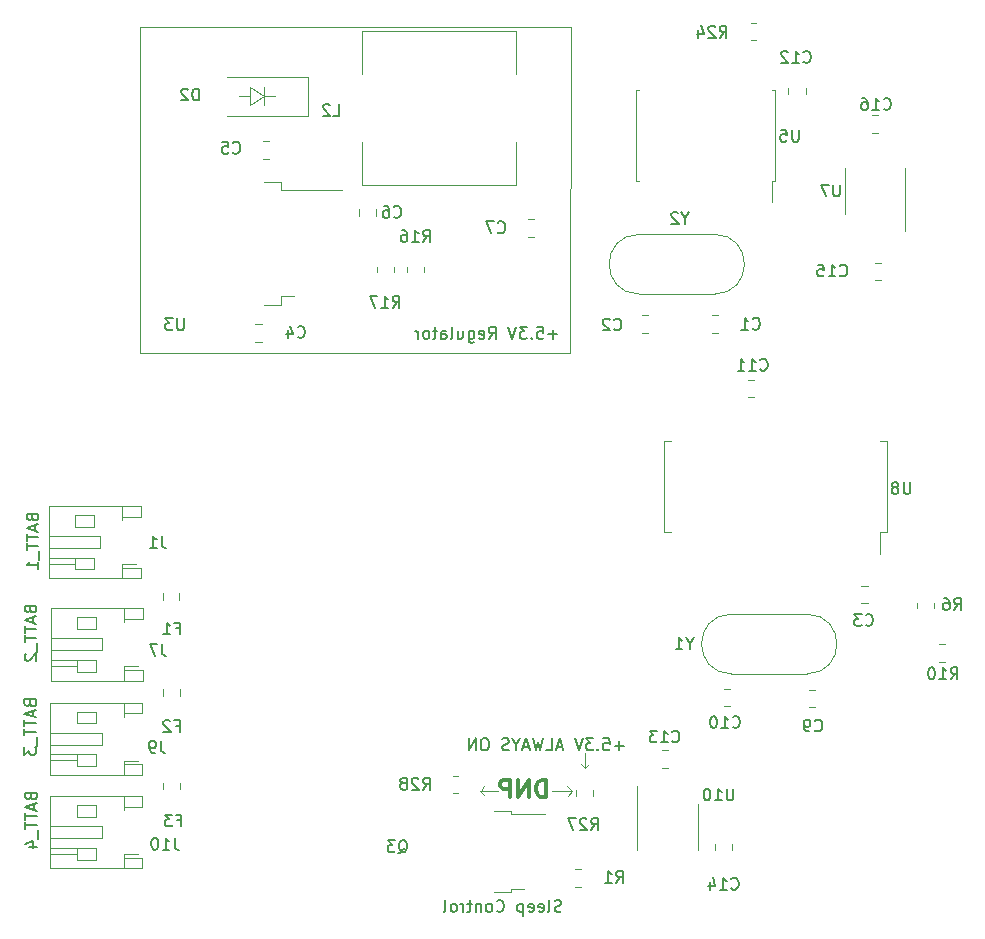
<source format=gbr>
G04 #@! TF.GenerationSoftware,KiCad,Pcbnew,(5.1.9)-1*
G04 #@! TF.CreationDate,2021-07-04T21:49:17-04:00*
G04 #@! TF.ProjectId,payload2020_base_board,7061796c-6f61-4643-9230-32305f626173,rev?*
G04 #@! TF.SameCoordinates,Original*
G04 #@! TF.FileFunction,Legend,Bot*
G04 #@! TF.FilePolarity,Positive*
%FSLAX46Y46*%
G04 Gerber Fmt 4.6, Leading zero omitted, Abs format (unit mm)*
G04 Created by KiCad (PCBNEW (5.1.9)-1) date 2021-07-04 21:49:17*
%MOMM*%
%LPD*%
G01*
G04 APERTURE LIST*
%ADD10C,0.120000*%
%ADD11C,0.150000*%
%ADD12C,0.300000*%
G04 APERTURE END LIST*
D10*
X83245960Y-131523740D02*
X83563460Y-131173220D01*
X83245960Y-131513580D02*
X82918300Y-131152900D01*
X83240880Y-130230880D02*
X83245960Y-131513580D01*
D11*
X86532219Y-129621588D02*
X85770314Y-129621588D01*
X86151266Y-130002540D02*
X86151266Y-129240636D01*
X84817933Y-129002540D02*
X85294123Y-129002540D01*
X85341742Y-129478731D01*
X85294123Y-129431112D01*
X85198885Y-129383493D01*
X84960790Y-129383493D01*
X84865552Y-129431112D01*
X84817933Y-129478731D01*
X84770314Y-129573969D01*
X84770314Y-129812064D01*
X84817933Y-129907302D01*
X84865552Y-129954921D01*
X84960790Y-130002540D01*
X85198885Y-130002540D01*
X85294123Y-129954921D01*
X85341742Y-129907302D01*
X84341742Y-129907302D02*
X84294123Y-129954921D01*
X84341742Y-130002540D01*
X84389361Y-129954921D01*
X84341742Y-129907302D01*
X84341742Y-130002540D01*
X83960790Y-129002540D02*
X83341742Y-129002540D01*
X83675076Y-129383493D01*
X83532219Y-129383493D01*
X83436980Y-129431112D01*
X83389361Y-129478731D01*
X83341742Y-129573969D01*
X83341742Y-129812064D01*
X83389361Y-129907302D01*
X83436980Y-129954921D01*
X83532219Y-130002540D01*
X83817933Y-130002540D01*
X83913171Y-129954921D01*
X83960790Y-129907302D01*
X83056028Y-129002540D02*
X82722695Y-130002540D01*
X82389361Y-129002540D01*
X81341742Y-129716826D02*
X80865552Y-129716826D01*
X81436980Y-130002540D02*
X81103647Y-129002540D01*
X80770314Y-130002540D01*
X79960790Y-130002540D02*
X80436980Y-130002540D01*
X80436980Y-129002540D01*
X79722695Y-129002540D02*
X79484600Y-130002540D01*
X79294123Y-129288255D01*
X79103647Y-130002540D01*
X78865552Y-129002540D01*
X78532219Y-129716826D02*
X78056028Y-129716826D01*
X78627457Y-130002540D02*
X78294123Y-129002540D01*
X77960790Y-130002540D01*
X77436980Y-129526350D02*
X77436980Y-130002540D01*
X77770314Y-129002540D02*
X77436980Y-129526350D01*
X77103647Y-129002540D01*
X76817933Y-129954921D02*
X76675076Y-130002540D01*
X76436980Y-130002540D01*
X76341742Y-129954921D01*
X76294123Y-129907302D01*
X76246504Y-129812064D01*
X76246504Y-129716826D01*
X76294123Y-129621588D01*
X76341742Y-129573969D01*
X76436980Y-129526350D01*
X76627457Y-129478731D01*
X76722695Y-129431112D01*
X76770314Y-129383493D01*
X76817933Y-129288255D01*
X76817933Y-129193017D01*
X76770314Y-129097779D01*
X76722695Y-129050160D01*
X76627457Y-129002540D01*
X76389361Y-129002540D01*
X76246504Y-129050160D01*
X74865552Y-129002540D02*
X74675076Y-129002540D01*
X74579838Y-129050160D01*
X74484600Y-129145398D01*
X74436980Y-129335874D01*
X74436980Y-129669207D01*
X74484600Y-129859683D01*
X74579838Y-129954921D01*
X74675076Y-130002540D01*
X74865552Y-130002540D01*
X74960790Y-129954921D01*
X75056028Y-129859683D01*
X75103647Y-129669207D01*
X75103647Y-129335874D01*
X75056028Y-129145398D01*
X74960790Y-129050160D01*
X74865552Y-129002540D01*
X74008409Y-130002540D02*
X74008409Y-129002540D01*
X73436980Y-130002540D01*
X73436980Y-129002540D01*
D10*
X57007760Y-74625200D02*
X56088280Y-74625200D01*
X56083200Y-73817480D02*
X56083200Y-75412600D01*
X54930040Y-74620120D02*
X53934360Y-74620120D01*
X56078120Y-74615040D02*
X54935120Y-73832720D01*
X54935120Y-75377040D02*
X56078120Y-74615040D01*
X54935120Y-73832720D02*
X54935120Y-75377040D01*
X82133440Y-133441440D02*
X81808320Y-133898640D01*
X81752440Y-133060440D02*
X82133440Y-133441440D01*
X82133440Y-133441440D02*
X81752440Y-133060440D01*
X80449420Y-133446520D02*
X82133440Y-133441440D01*
X74399140Y-133426200D02*
X74739500Y-133807200D01*
X74419460Y-133426200D02*
X74698860Y-133065520D01*
X75890120Y-133428740D02*
X74419460Y-133426200D01*
D12*
X79982771Y-134000631D02*
X79982771Y-132500631D01*
X79625628Y-132500631D01*
X79411342Y-132572060D01*
X79268485Y-132714917D01*
X79197057Y-132857774D01*
X79125628Y-133143488D01*
X79125628Y-133357774D01*
X79197057Y-133643488D01*
X79268485Y-133786345D01*
X79411342Y-133929202D01*
X79625628Y-134000631D01*
X79982771Y-134000631D01*
X78482771Y-134000631D02*
X78482771Y-132500631D01*
X77625628Y-134000631D01*
X77625628Y-132500631D01*
X76911342Y-134000631D02*
X76911342Y-132500631D01*
X76339914Y-132500631D01*
X76197057Y-132572060D01*
X76125628Y-132643488D01*
X76054200Y-132786345D01*
X76054200Y-133000631D01*
X76125628Y-133143488D01*
X76197057Y-133214917D01*
X76339914Y-133286345D01*
X76911342Y-133286345D01*
D10*
X82042000Y-68788280D02*
X82021680Y-96352360D01*
D11*
X81253980Y-143635361D02*
X81111123Y-143682980D01*
X80873028Y-143682980D01*
X80777790Y-143635361D01*
X80730171Y-143587742D01*
X80682552Y-143492504D01*
X80682552Y-143397266D01*
X80730171Y-143302028D01*
X80777790Y-143254409D01*
X80873028Y-143206790D01*
X81063504Y-143159171D01*
X81158742Y-143111552D01*
X81206361Y-143063933D01*
X81253980Y-142968695D01*
X81253980Y-142873457D01*
X81206361Y-142778219D01*
X81158742Y-142730600D01*
X81063504Y-142682980D01*
X80825409Y-142682980D01*
X80682552Y-142730600D01*
X80111123Y-143682980D02*
X80206361Y-143635361D01*
X80253980Y-143540123D01*
X80253980Y-142682980D01*
X79349219Y-143635361D02*
X79444457Y-143682980D01*
X79634933Y-143682980D01*
X79730171Y-143635361D01*
X79777790Y-143540123D01*
X79777790Y-143159171D01*
X79730171Y-143063933D01*
X79634933Y-143016314D01*
X79444457Y-143016314D01*
X79349219Y-143063933D01*
X79301600Y-143159171D01*
X79301600Y-143254409D01*
X79777790Y-143349647D01*
X78492076Y-143635361D02*
X78587314Y-143682980D01*
X78777790Y-143682980D01*
X78873028Y-143635361D01*
X78920647Y-143540123D01*
X78920647Y-143159171D01*
X78873028Y-143063933D01*
X78777790Y-143016314D01*
X78587314Y-143016314D01*
X78492076Y-143063933D01*
X78444457Y-143159171D01*
X78444457Y-143254409D01*
X78920647Y-143349647D01*
X78015885Y-143016314D02*
X78015885Y-144016314D01*
X78015885Y-143063933D02*
X77920647Y-143016314D01*
X77730171Y-143016314D01*
X77634933Y-143063933D01*
X77587314Y-143111552D01*
X77539695Y-143206790D01*
X77539695Y-143492504D01*
X77587314Y-143587742D01*
X77634933Y-143635361D01*
X77730171Y-143682980D01*
X77920647Y-143682980D01*
X78015885Y-143635361D01*
X75777790Y-143587742D02*
X75825409Y-143635361D01*
X75968266Y-143682980D01*
X76063504Y-143682980D01*
X76206361Y-143635361D01*
X76301600Y-143540123D01*
X76349219Y-143444885D01*
X76396838Y-143254409D01*
X76396838Y-143111552D01*
X76349219Y-142921076D01*
X76301600Y-142825838D01*
X76206361Y-142730600D01*
X76063504Y-142682980D01*
X75968266Y-142682980D01*
X75825409Y-142730600D01*
X75777790Y-142778219D01*
X75206361Y-143682980D02*
X75301600Y-143635361D01*
X75349219Y-143587742D01*
X75396838Y-143492504D01*
X75396838Y-143206790D01*
X75349219Y-143111552D01*
X75301600Y-143063933D01*
X75206361Y-143016314D01*
X75063504Y-143016314D01*
X74968266Y-143063933D01*
X74920647Y-143111552D01*
X74873028Y-143206790D01*
X74873028Y-143492504D01*
X74920647Y-143587742D01*
X74968266Y-143635361D01*
X75063504Y-143682980D01*
X75206361Y-143682980D01*
X74444457Y-143016314D02*
X74444457Y-143682980D01*
X74444457Y-143111552D02*
X74396838Y-143063933D01*
X74301600Y-143016314D01*
X74158742Y-143016314D01*
X74063504Y-143063933D01*
X74015885Y-143159171D01*
X74015885Y-143682980D01*
X73682552Y-143016314D02*
X73301600Y-143016314D01*
X73539695Y-142682980D02*
X73539695Y-143540123D01*
X73492076Y-143635361D01*
X73396838Y-143682980D01*
X73301600Y-143682980D01*
X72968266Y-143682980D02*
X72968266Y-143016314D01*
X72968266Y-143206790D02*
X72920647Y-143111552D01*
X72873028Y-143063933D01*
X72777790Y-143016314D01*
X72682552Y-143016314D01*
X72206361Y-143682980D02*
X72301600Y-143635361D01*
X72349219Y-143587742D01*
X72396838Y-143492504D01*
X72396838Y-143206790D01*
X72349219Y-143111552D01*
X72301600Y-143063933D01*
X72206361Y-143016314D01*
X72063504Y-143016314D01*
X71968266Y-143063933D01*
X71920647Y-143111552D01*
X71873028Y-143206790D01*
X71873028Y-143492504D01*
X71920647Y-143587742D01*
X71968266Y-143635361D01*
X72063504Y-143682980D01*
X72206361Y-143682980D01*
X71301600Y-143682980D02*
X71396838Y-143635361D01*
X71444457Y-143540123D01*
X71444457Y-142682980D01*
D10*
X82042000Y-68788280D02*
X45567600Y-68783200D01*
X45567600Y-96342200D02*
X82016600Y-96357440D01*
X45567600Y-68783200D02*
X45567600Y-96342200D01*
D11*
X36339471Y-133923969D02*
X36387090Y-134066826D01*
X36434709Y-134114445D01*
X36529947Y-134162064D01*
X36672804Y-134162064D01*
X36768042Y-134114445D01*
X36815661Y-134066826D01*
X36863280Y-133971588D01*
X36863280Y-133590636D01*
X35863280Y-133590636D01*
X35863280Y-133923969D01*
X35910900Y-134019207D01*
X35958519Y-134066826D01*
X36053757Y-134114445D01*
X36148995Y-134114445D01*
X36244233Y-134066826D01*
X36291852Y-134019207D01*
X36339471Y-133923969D01*
X36339471Y-133590636D01*
X36577566Y-134543017D02*
X36577566Y-135019207D01*
X36863280Y-134447779D02*
X35863280Y-134781112D01*
X36863280Y-135114445D01*
X35863280Y-135304921D02*
X35863280Y-135876350D01*
X36863280Y-135590636D02*
X35863280Y-135590636D01*
X35863280Y-136066826D02*
X35863280Y-136638255D01*
X36863280Y-136352540D02*
X35863280Y-136352540D01*
X36958519Y-136733493D02*
X36958519Y-137495398D01*
X36196614Y-138162064D02*
X36863280Y-138162064D01*
X35815661Y-137923969D02*
X36529947Y-137685874D01*
X36529947Y-138304921D01*
X36268351Y-126039809D02*
X36315970Y-126182666D01*
X36363589Y-126230285D01*
X36458827Y-126277904D01*
X36601684Y-126277904D01*
X36696922Y-126230285D01*
X36744541Y-126182666D01*
X36792160Y-126087428D01*
X36792160Y-125706476D01*
X35792160Y-125706476D01*
X35792160Y-126039809D01*
X35839780Y-126135047D01*
X35887399Y-126182666D01*
X35982637Y-126230285D01*
X36077875Y-126230285D01*
X36173113Y-126182666D01*
X36220732Y-126135047D01*
X36268351Y-126039809D01*
X36268351Y-125706476D01*
X36506446Y-126658857D02*
X36506446Y-127135047D01*
X36792160Y-126563619D02*
X35792160Y-126896952D01*
X36792160Y-127230285D01*
X35792160Y-127420761D02*
X35792160Y-127992190D01*
X36792160Y-127706476D02*
X35792160Y-127706476D01*
X35792160Y-128182666D02*
X35792160Y-128754095D01*
X36792160Y-128468380D02*
X35792160Y-128468380D01*
X36887399Y-128849333D02*
X36887399Y-129611238D01*
X35792160Y-129754095D02*
X35792160Y-130373142D01*
X36173113Y-130039809D01*
X36173113Y-130182666D01*
X36220732Y-130277904D01*
X36268351Y-130325523D01*
X36363589Y-130373142D01*
X36601684Y-130373142D01*
X36696922Y-130325523D01*
X36744541Y-130277904D01*
X36792160Y-130182666D01*
X36792160Y-129896952D01*
X36744541Y-129801714D01*
X36696922Y-129754095D01*
X36283591Y-118087069D02*
X36331210Y-118229926D01*
X36378829Y-118277545D01*
X36474067Y-118325164D01*
X36616924Y-118325164D01*
X36712162Y-118277545D01*
X36759781Y-118229926D01*
X36807400Y-118134688D01*
X36807400Y-117753736D01*
X35807400Y-117753736D01*
X35807400Y-118087069D01*
X35855020Y-118182307D01*
X35902639Y-118229926D01*
X35997877Y-118277545D01*
X36093115Y-118277545D01*
X36188353Y-118229926D01*
X36235972Y-118182307D01*
X36283591Y-118087069D01*
X36283591Y-117753736D01*
X36521686Y-118706117D02*
X36521686Y-119182307D01*
X36807400Y-118610879D02*
X35807400Y-118944212D01*
X36807400Y-119277545D01*
X35807400Y-119468021D02*
X35807400Y-120039450D01*
X36807400Y-119753736D02*
X35807400Y-119753736D01*
X35807400Y-120229926D02*
X35807400Y-120801355D01*
X36807400Y-120515640D02*
X35807400Y-120515640D01*
X36902639Y-120896593D02*
X36902639Y-121658498D01*
X35902639Y-121848974D02*
X35855020Y-121896593D01*
X35807400Y-121991831D01*
X35807400Y-122229926D01*
X35855020Y-122325164D01*
X35902639Y-122372783D01*
X35997877Y-122420402D01*
X36093115Y-122420402D01*
X36235972Y-122372783D01*
X36807400Y-121801355D01*
X36807400Y-122420402D01*
X36453771Y-110301969D02*
X36501390Y-110444826D01*
X36549009Y-110492445D01*
X36644247Y-110540064D01*
X36787104Y-110540064D01*
X36882342Y-110492445D01*
X36929961Y-110444826D01*
X36977580Y-110349588D01*
X36977580Y-109968636D01*
X35977580Y-109968636D01*
X35977580Y-110301969D01*
X36025200Y-110397207D01*
X36072819Y-110444826D01*
X36168057Y-110492445D01*
X36263295Y-110492445D01*
X36358533Y-110444826D01*
X36406152Y-110397207D01*
X36453771Y-110301969D01*
X36453771Y-109968636D01*
X36691866Y-110921017D02*
X36691866Y-111397207D01*
X36977580Y-110825779D02*
X35977580Y-111159112D01*
X36977580Y-111492445D01*
X35977580Y-111682921D02*
X35977580Y-112254350D01*
X36977580Y-111968636D02*
X35977580Y-111968636D01*
X35977580Y-112444826D02*
X35977580Y-113016255D01*
X36977580Y-112730540D02*
X35977580Y-112730540D01*
X37072819Y-113111493D02*
X37072819Y-113873398D01*
X36977580Y-114635302D02*
X36977580Y-114063874D01*
X36977580Y-114349588D02*
X35977580Y-114349588D01*
X36120438Y-114254350D01*
X36215676Y-114159112D01*
X36263295Y-114063874D01*
X80923970Y-94780408D02*
X80162065Y-94780408D01*
X80543018Y-95161360D02*
X80543018Y-94399456D01*
X79209684Y-94161360D02*
X79685875Y-94161360D01*
X79733494Y-94637551D01*
X79685875Y-94589932D01*
X79590637Y-94542313D01*
X79352541Y-94542313D01*
X79257303Y-94589932D01*
X79209684Y-94637551D01*
X79162065Y-94732789D01*
X79162065Y-94970884D01*
X79209684Y-95066122D01*
X79257303Y-95113741D01*
X79352541Y-95161360D01*
X79590637Y-95161360D01*
X79685875Y-95113741D01*
X79733494Y-95066122D01*
X78733494Y-95066122D02*
X78685875Y-95113741D01*
X78733494Y-95161360D01*
X78781113Y-95113741D01*
X78733494Y-95066122D01*
X78733494Y-95161360D01*
X78352541Y-94161360D02*
X77733494Y-94161360D01*
X78066827Y-94542313D01*
X77923970Y-94542313D01*
X77828732Y-94589932D01*
X77781113Y-94637551D01*
X77733494Y-94732789D01*
X77733494Y-94970884D01*
X77781113Y-95066122D01*
X77828732Y-95113741D01*
X77923970Y-95161360D01*
X78209684Y-95161360D01*
X78304922Y-95113741D01*
X78352541Y-95066122D01*
X77447780Y-94161360D02*
X77114446Y-95161360D01*
X76781113Y-94161360D01*
X75114446Y-95161360D02*
X75447780Y-94685170D01*
X75685875Y-95161360D02*
X75685875Y-94161360D01*
X75304922Y-94161360D01*
X75209684Y-94208980D01*
X75162065Y-94256599D01*
X75114446Y-94351837D01*
X75114446Y-94494694D01*
X75162065Y-94589932D01*
X75209684Y-94637551D01*
X75304922Y-94685170D01*
X75685875Y-94685170D01*
X74304922Y-95113741D02*
X74400160Y-95161360D01*
X74590637Y-95161360D01*
X74685875Y-95113741D01*
X74733494Y-95018503D01*
X74733494Y-94637551D01*
X74685875Y-94542313D01*
X74590637Y-94494694D01*
X74400160Y-94494694D01*
X74304922Y-94542313D01*
X74257303Y-94637551D01*
X74257303Y-94732789D01*
X74733494Y-94828027D01*
X73400160Y-94494694D02*
X73400160Y-95304218D01*
X73447780Y-95399456D01*
X73495399Y-95447075D01*
X73590637Y-95494694D01*
X73733494Y-95494694D01*
X73828732Y-95447075D01*
X73400160Y-95113741D02*
X73495399Y-95161360D01*
X73685875Y-95161360D01*
X73781113Y-95113741D01*
X73828732Y-95066122D01*
X73876351Y-94970884D01*
X73876351Y-94685170D01*
X73828732Y-94589932D01*
X73781113Y-94542313D01*
X73685875Y-94494694D01*
X73495399Y-94494694D01*
X73400160Y-94542313D01*
X72495399Y-94494694D02*
X72495399Y-95161360D01*
X72923970Y-94494694D02*
X72923970Y-95018503D01*
X72876351Y-95113741D01*
X72781113Y-95161360D01*
X72638256Y-95161360D01*
X72543018Y-95113741D01*
X72495399Y-95066122D01*
X71876351Y-95161360D02*
X71971589Y-95113741D01*
X72019208Y-95018503D01*
X72019208Y-94161360D01*
X71066827Y-95161360D02*
X71066827Y-94637551D01*
X71114446Y-94542313D01*
X71209684Y-94494694D01*
X71400160Y-94494694D01*
X71495399Y-94542313D01*
X71066827Y-95113741D02*
X71162065Y-95161360D01*
X71400160Y-95161360D01*
X71495399Y-95113741D01*
X71543018Y-95018503D01*
X71543018Y-94923265D01*
X71495399Y-94828027D01*
X71400160Y-94780408D01*
X71162065Y-94780408D01*
X71066827Y-94732789D01*
X70733494Y-94494694D02*
X70352541Y-94494694D01*
X70590637Y-94161360D02*
X70590637Y-95018503D01*
X70543018Y-95113741D01*
X70447780Y-95161360D01*
X70352541Y-95161360D01*
X69876351Y-95161360D02*
X69971589Y-95113741D01*
X70019208Y-95066122D01*
X70066827Y-94970884D01*
X70066827Y-94685170D01*
X70019208Y-94589932D01*
X69971589Y-94542313D01*
X69876351Y-94494694D01*
X69733494Y-94494694D01*
X69638256Y-94542313D01*
X69590637Y-94589932D01*
X69543018Y-94685170D01*
X69543018Y-94970884D01*
X69590637Y-95066122D01*
X69638256Y-95113741D01*
X69733494Y-95161360D01*
X69876351Y-95161360D01*
X69114446Y-95161360D02*
X69114446Y-94494694D01*
X69114446Y-94685170D02*
X69066827Y-94589932D01*
X69019208Y-94542313D01*
X68923970Y-94494694D01*
X68828732Y-94494694D01*
D10*
X72521304Y-132155260D02*
X72067176Y-132155260D01*
X72521304Y-133625260D02*
X72067176Y-133625260D01*
X83947940Y-133865864D02*
X83947940Y-133411736D01*
X82477940Y-133865864D02*
X82477940Y-133411736D01*
X82426316Y-140097840D02*
X82880444Y-140097840D01*
X82426316Y-141567840D02*
X82880444Y-141567840D01*
X89930200Y-107683300D02*
X89930200Y-103823300D01*
X89930200Y-103823300D02*
X90575200Y-103823300D01*
X89930200Y-107683300D02*
X89930200Y-111543300D01*
X89930200Y-111543300D02*
X90575200Y-111543300D01*
X108850200Y-107683300D02*
X108850200Y-103823300D01*
X108850200Y-103823300D02*
X108205200Y-103823300D01*
X108850200Y-107683300D02*
X108850200Y-111543300D01*
X108850200Y-111543300D02*
X108205200Y-111543300D01*
X108205200Y-111543300D02*
X108205200Y-113383300D01*
X92818900Y-136474200D02*
X92818900Y-138424200D01*
X92818900Y-136474200D02*
X92818900Y-134524200D01*
X87698900Y-136474200D02*
X87698900Y-138424200D01*
X87698900Y-136474200D02*
X87698900Y-133024200D01*
X56056800Y-81871200D02*
X57556800Y-81871200D01*
X57556800Y-81871200D02*
X57556800Y-82561200D01*
X57556800Y-82561200D02*
X62681800Y-82561200D01*
X56056800Y-92271200D02*
X57556800Y-92271200D01*
X57556800Y-92271200D02*
X57556800Y-91581200D01*
X57556800Y-91581200D02*
X58656800Y-91581200D01*
X94232000Y-86324200D02*
X87832000Y-86324200D01*
X94232000Y-91374200D02*
X87832000Y-91374200D01*
X87832000Y-91374200D02*
G75*
G02*
X87832000Y-86324200I0J2525000D01*
G01*
X94232000Y-91374200D02*
G75*
G03*
X94232000Y-86324200I0J2525000D01*
G01*
X102055200Y-118480600D02*
X95655200Y-118480600D01*
X102055200Y-123530600D02*
X95655200Y-123530600D01*
X95655200Y-123530600D02*
G75*
G02*
X95655200Y-118480600I0J2525000D01*
G01*
X102055200Y-123530600D02*
G75*
G03*
X102055200Y-118480600I0J2525000D01*
G01*
X105263000Y-82626200D02*
X105263000Y-80676200D01*
X105263000Y-82626200D02*
X105263000Y-84576200D01*
X110383000Y-82626200D02*
X110383000Y-80676200D01*
X110383000Y-82626200D02*
X110383000Y-86076200D01*
X87587000Y-77927200D02*
X87587000Y-74067200D01*
X87587000Y-74067200D02*
X87832000Y-74067200D01*
X87587000Y-77927200D02*
X87587000Y-81787200D01*
X87587000Y-81787200D02*
X87832000Y-81787200D01*
X99357000Y-77927200D02*
X99357000Y-74067200D01*
X99357000Y-74067200D02*
X99112000Y-74067200D01*
X99357000Y-77927200D02*
X99357000Y-81787200D01*
X99357000Y-81787200D02*
X99112000Y-81787200D01*
X99112000Y-81787200D02*
X99112000Y-83602200D01*
X97773224Y-68408880D02*
X97319096Y-68408880D01*
X97773224Y-69878880D02*
X97319096Y-69878880D01*
X67115360Y-89547944D02*
X67115360Y-89093816D01*
X65645360Y-89547944D02*
X65645360Y-89093816D01*
X69652820Y-89508824D02*
X69652820Y-89054696D01*
X68182820Y-89508824D02*
X68182820Y-89054696D01*
X113723664Y-121032600D02*
X113269536Y-121032600D01*
X113723664Y-122502600D02*
X113269536Y-122502600D01*
X111355200Y-117511336D02*
X111355200Y-117965464D01*
X112825200Y-117511336D02*
X112825200Y-117965464D01*
X75519000Y-135107000D02*
X77019000Y-135107000D01*
X77019000Y-135107000D02*
X77019000Y-135377000D01*
X77019000Y-135377000D02*
X79849000Y-135377000D01*
X75519000Y-142007000D02*
X77019000Y-142007000D01*
X77019000Y-142007000D02*
X77019000Y-141737000D01*
X77019000Y-141737000D02*
X78119000Y-141737000D01*
X64383600Y-72741200D02*
X64383600Y-69141200D01*
X64383600Y-69141200D02*
X77383600Y-69141200D01*
X77383600Y-69141200D02*
X77383600Y-72741200D01*
X64383600Y-78541200D02*
X64383600Y-82141200D01*
X64383600Y-82141200D02*
X77383600Y-82141200D01*
X77383600Y-82141200D02*
X77383600Y-78541200D01*
X44188080Y-138815020D02*
X44188080Y-139095020D01*
X44188080Y-139095020D02*
X45788080Y-139095020D01*
X45788080Y-139095020D02*
X45788080Y-140015020D01*
X45788080Y-140015020D02*
X37968080Y-140015020D01*
X37968080Y-140015020D02*
X37968080Y-133895020D01*
X37968080Y-133895020D02*
X45788080Y-133895020D01*
X45788080Y-133895020D02*
X45788080Y-134815020D01*
X45788080Y-134815020D02*
X44188080Y-134815020D01*
X44188080Y-134815020D02*
X44188080Y-135095020D01*
X37968080Y-137455020D02*
X42328080Y-137455020D01*
X42328080Y-137455020D02*
X42328080Y-136455020D01*
X42328080Y-136455020D02*
X37968080Y-136455020D01*
X44188080Y-140015020D02*
X44188080Y-139095020D01*
X44188080Y-133895020D02*
X44188080Y-134815020D01*
X41828080Y-139255020D02*
X40228080Y-139255020D01*
X40228080Y-139255020D02*
X40228080Y-138255020D01*
X40228080Y-138255020D02*
X41828080Y-138255020D01*
X41828080Y-138255020D02*
X41828080Y-139255020D01*
X41828080Y-134655020D02*
X40228080Y-134655020D01*
X40228080Y-134655020D02*
X40228080Y-135655020D01*
X40228080Y-135655020D02*
X41828080Y-135655020D01*
X41828080Y-135655020D02*
X41828080Y-134655020D01*
X40228080Y-138255020D02*
X37968080Y-138255020D01*
X40228080Y-138755020D02*
X37968080Y-138755020D01*
X44188080Y-138815020D02*
X45403080Y-138815020D01*
X44188080Y-130892760D02*
X44188080Y-131172760D01*
X44188080Y-131172760D02*
X45788080Y-131172760D01*
X45788080Y-131172760D02*
X45788080Y-132092760D01*
X45788080Y-132092760D02*
X37968080Y-132092760D01*
X37968080Y-132092760D02*
X37968080Y-125972760D01*
X37968080Y-125972760D02*
X45788080Y-125972760D01*
X45788080Y-125972760D02*
X45788080Y-126892760D01*
X45788080Y-126892760D02*
X44188080Y-126892760D01*
X44188080Y-126892760D02*
X44188080Y-127172760D01*
X37968080Y-129532760D02*
X42328080Y-129532760D01*
X42328080Y-129532760D02*
X42328080Y-128532760D01*
X42328080Y-128532760D02*
X37968080Y-128532760D01*
X44188080Y-132092760D02*
X44188080Y-131172760D01*
X44188080Y-125972760D02*
X44188080Y-126892760D01*
X41828080Y-131332760D02*
X40228080Y-131332760D01*
X40228080Y-131332760D02*
X40228080Y-130332760D01*
X40228080Y-130332760D02*
X41828080Y-130332760D01*
X41828080Y-130332760D02*
X41828080Y-131332760D01*
X41828080Y-126732760D02*
X40228080Y-126732760D01*
X40228080Y-126732760D02*
X40228080Y-127732760D01*
X40228080Y-127732760D02*
X41828080Y-127732760D01*
X41828080Y-127732760D02*
X41828080Y-126732760D01*
X40228080Y-130332760D02*
X37968080Y-130332760D01*
X40228080Y-130832760D02*
X37968080Y-130832760D01*
X44188080Y-130892760D02*
X45403080Y-130892760D01*
X44231260Y-122901920D02*
X44231260Y-123181920D01*
X44231260Y-123181920D02*
X45831260Y-123181920D01*
X45831260Y-123181920D02*
X45831260Y-124101920D01*
X45831260Y-124101920D02*
X38011260Y-124101920D01*
X38011260Y-124101920D02*
X38011260Y-117981920D01*
X38011260Y-117981920D02*
X45831260Y-117981920D01*
X45831260Y-117981920D02*
X45831260Y-118901920D01*
X45831260Y-118901920D02*
X44231260Y-118901920D01*
X44231260Y-118901920D02*
X44231260Y-119181920D01*
X38011260Y-121541920D02*
X42371260Y-121541920D01*
X42371260Y-121541920D02*
X42371260Y-120541920D01*
X42371260Y-120541920D02*
X38011260Y-120541920D01*
X44231260Y-124101920D02*
X44231260Y-123181920D01*
X44231260Y-117981920D02*
X44231260Y-118901920D01*
X41871260Y-123341920D02*
X40271260Y-123341920D01*
X40271260Y-123341920D02*
X40271260Y-122341920D01*
X40271260Y-122341920D02*
X41871260Y-122341920D01*
X41871260Y-122341920D02*
X41871260Y-123341920D01*
X41871260Y-118741920D02*
X40271260Y-118741920D01*
X40271260Y-118741920D02*
X40271260Y-119741920D01*
X40271260Y-119741920D02*
X41871260Y-119741920D01*
X41871260Y-119741920D02*
X41871260Y-118741920D01*
X40271260Y-122341920D02*
X38011260Y-122341920D01*
X40271260Y-122841920D02*
X38011260Y-122841920D01*
X44231260Y-122901920D02*
X45446260Y-122901920D01*
X44068700Y-114258300D02*
X44068700Y-114538300D01*
X44068700Y-114538300D02*
X45668700Y-114538300D01*
X45668700Y-114538300D02*
X45668700Y-115458300D01*
X45668700Y-115458300D02*
X37848700Y-115458300D01*
X37848700Y-115458300D02*
X37848700Y-109338300D01*
X37848700Y-109338300D02*
X45668700Y-109338300D01*
X45668700Y-109338300D02*
X45668700Y-110258300D01*
X45668700Y-110258300D02*
X44068700Y-110258300D01*
X44068700Y-110258300D02*
X44068700Y-110538300D01*
X37848700Y-112898300D02*
X42208700Y-112898300D01*
X42208700Y-112898300D02*
X42208700Y-111898300D01*
X42208700Y-111898300D02*
X37848700Y-111898300D01*
X44068700Y-115458300D02*
X44068700Y-114538300D01*
X44068700Y-109338300D02*
X44068700Y-110258300D01*
X41708700Y-114698300D02*
X40108700Y-114698300D01*
X40108700Y-114698300D02*
X40108700Y-113698300D01*
X40108700Y-113698300D02*
X41708700Y-113698300D01*
X41708700Y-113698300D02*
X41708700Y-114698300D01*
X41708700Y-110098300D02*
X40108700Y-110098300D01*
X40108700Y-110098300D02*
X40108700Y-111098300D01*
X40108700Y-111098300D02*
X41708700Y-111098300D01*
X41708700Y-111098300D02*
X41708700Y-110098300D01*
X40108700Y-113698300D02*
X37848700Y-113698300D01*
X40108700Y-114198300D02*
X37848700Y-114198300D01*
X44068700Y-114258300D02*
X45283700Y-114258300D01*
X47565240Y-132766168D02*
X47565240Y-133288672D01*
X48985240Y-132766168D02*
X48985240Y-133288672D01*
X47565240Y-124857768D02*
X47565240Y-125380272D01*
X48985240Y-124857768D02*
X48985240Y-125380272D01*
X47489040Y-116727228D02*
X47489040Y-117249732D01*
X48909040Y-116727228D02*
X48909040Y-117249732D01*
X59833600Y-72975200D02*
X59833600Y-76275200D01*
X59833600Y-76275200D02*
X52933600Y-76275200D01*
X59833600Y-72975200D02*
X52933600Y-72975200D01*
X107578348Y-77714780D02*
X108100852Y-77714780D01*
X107578348Y-76244780D02*
X108100852Y-76244780D01*
X107794248Y-90219200D02*
X108316752Y-90219200D01*
X107794248Y-88749200D02*
X108316752Y-88749200D01*
X95720840Y-138433352D02*
X95720840Y-137910848D01*
X94250840Y-138433352D02*
X94250840Y-137910848D01*
X90282752Y-129998800D02*
X89760248Y-129998800D01*
X90282752Y-131468800D02*
X89760248Y-131468800D01*
X100481460Y-73925708D02*
X100481460Y-74448212D01*
X101951460Y-73925708D02*
X101951460Y-74448212D01*
X97042248Y-100099800D02*
X97564752Y-100099800D01*
X97042248Y-98629800D02*
X97564752Y-98629800D01*
X95515152Y-124791800D02*
X94992648Y-124791800D01*
X95515152Y-126261800D02*
X94992648Y-126261800D01*
X102249248Y-126338000D02*
X102771752Y-126338000D01*
X102249248Y-124868000D02*
X102771752Y-124868000D01*
X78398648Y-86510800D02*
X78921152Y-86510800D01*
X78398648Y-85040800D02*
X78921152Y-85040800D01*
X64136600Y-84217788D02*
X64136600Y-84740292D01*
X65606600Y-84217788D02*
X65606600Y-84740292D01*
X56518352Y-78462200D02*
X55995848Y-78462200D01*
X56518352Y-79932200D02*
X55995848Y-79932200D01*
X55883352Y-93956200D02*
X55360848Y-93956200D01*
X55883352Y-95426200D02*
X55360848Y-95426200D01*
X107191352Y-116079600D02*
X106668848Y-116079600D01*
X107191352Y-117549600D02*
X106668848Y-117549600D01*
X88631752Y-93194200D02*
X88109248Y-93194200D01*
X88631752Y-94664200D02*
X88109248Y-94664200D01*
X93994248Y-94664200D02*
X94516752Y-94664200D01*
X93994248Y-93194200D02*
X94516752Y-93194200D01*
D11*
X69542897Y-133340100D02*
X69876230Y-132863910D01*
X70114325Y-133340100D02*
X70114325Y-132340100D01*
X69733373Y-132340100D01*
X69638135Y-132387720D01*
X69590516Y-132435339D01*
X69542897Y-132530577D01*
X69542897Y-132673434D01*
X69590516Y-132768672D01*
X69638135Y-132816291D01*
X69733373Y-132863910D01*
X70114325Y-132863910D01*
X69161944Y-132435339D02*
X69114325Y-132387720D01*
X69019087Y-132340100D01*
X68780992Y-132340100D01*
X68685754Y-132387720D01*
X68638135Y-132435339D01*
X68590516Y-132530577D01*
X68590516Y-132625815D01*
X68638135Y-132768672D01*
X69209563Y-133340100D01*
X68590516Y-133340100D01*
X68019087Y-132768672D02*
X68114325Y-132721053D01*
X68161944Y-132673434D01*
X68209563Y-132578196D01*
X68209563Y-132530577D01*
X68161944Y-132435339D01*
X68114325Y-132387720D01*
X68019087Y-132340100D01*
X67828611Y-132340100D01*
X67733373Y-132387720D01*
X67685754Y-132435339D01*
X67638135Y-132530577D01*
X67638135Y-132578196D01*
X67685754Y-132673434D01*
X67733373Y-132721053D01*
X67828611Y-132768672D01*
X68019087Y-132768672D01*
X68114325Y-132816291D01*
X68161944Y-132863910D01*
X68209563Y-132959148D01*
X68209563Y-133149624D01*
X68161944Y-133244862D01*
X68114325Y-133292481D01*
X68019087Y-133340100D01*
X67828611Y-133340100D01*
X67733373Y-133292481D01*
X67685754Y-133244862D01*
X67638135Y-133149624D01*
X67638135Y-132959148D01*
X67685754Y-132863910D01*
X67733373Y-132816291D01*
X67828611Y-132768672D01*
X83766897Y-136764020D02*
X84100230Y-136287830D01*
X84338325Y-136764020D02*
X84338325Y-135764020D01*
X83957373Y-135764020D01*
X83862135Y-135811640D01*
X83814516Y-135859259D01*
X83766897Y-135954497D01*
X83766897Y-136097354D01*
X83814516Y-136192592D01*
X83862135Y-136240211D01*
X83957373Y-136287830D01*
X84338325Y-136287830D01*
X83385944Y-135859259D02*
X83338325Y-135811640D01*
X83243087Y-135764020D01*
X83004992Y-135764020D01*
X82909754Y-135811640D01*
X82862135Y-135859259D01*
X82814516Y-135954497D01*
X82814516Y-136049735D01*
X82862135Y-136192592D01*
X83433563Y-136764020D01*
X82814516Y-136764020D01*
X82481182Y-135764020D02*
X81814516Y-135764020D01*
X82243087Y-136764020D01*
X85902846Y-141209020D02*
X86236180Y-140732830D01*
X86474275Y-141209020D02*
X86474275Y-140209020D01*
X86093322Y-140209020D01*
X85998084Y-140256640D01*
X85950465Y-140304259D01*
X85902846Y-140399497D01*
X85902846Y-140542354D01*
X85950465Y-140637592D01*
X85998084Y-140685211D01*
X86093322Y-140732830D01*
X86474275Y-140732830D01*
X84950465Y-141209020D02*
X85521894Y-141209020D01*
X85236180Y-141209020D02*
X85236180Y-140209020D01*
X85331418Y-140351878D01*
X85426656Y-140447116D01*
X85521894Y-140494735D01*
X110799784Y-107305860D02*
X110799784Y-108115384D01*
X110752165Y-108210622D01*
X110704546Y-108258241D01*
X110609308Y-108305860D01*
X110418832Y-108305860D01*
X110323594Y-108258241D01*
X110275975Y-108210622D01*
X110228356Y-108115384D01*
X110228356Y-107305860D01*
X109609308Y-107734432D02*
X109704546Y-107686813D01*
X109752165Y-107639194D01*
X109799784Y-107543956D01*
X109799784Y-107496337D01*
X109752165Y-107401099D01*
X109704546Y-107353480D01*
X109609308Y-107305860D01*
X109418832Y-107305860D01*
X109323594Y-107353480D01*
X109275975Y-107401099D01*
X109228356Y-107496337D01*
X109228356Y-107543956D01*
X109275975Y-107639194D01*
X109323594Y-107686813D01*
X109418832Y-107734432D01*
X109609308Y-107734432D01*
X109704546Y-107782051D01*
X109752165Y-107829670D01*
X109799784Y-107924908D01*
X109799784Y-108115384D01*
X109752165Y-108210622D01*
X109704546Y-108258241D01*
X109609308Y-108305860D01*
X109418832Y-108305860D01*
X109323594Y-108258241D01*
X109275975Y-108210622D01*
X109228356Y-108115384D01*
X109228356Y-107924908D01*
X109275975Y-107829670D01*
X109323594Y-107782051D01*
X109418832Y-107734432D01*
X95820075Y-133257040D02*
X95820075Y-134066564D01*
X95772456Y-134161802D01*
X95724837Y-134209421D01*
X95629599Y-134257040D01*
X95439122Y-134257040D01*
X95343884Y-134209421D01*
X95296265Y-134161802D01*
X95248646Y-134066564D01*
X95248646Y-133257040D01*
X94248646Y-134257040D02*
X94820075Y-134257040D01*
X94534360Y-134257040D02*
X94534360Y-133257040D01*
X94629599Y-133399898D01*
X94724837Y-133495136D01*
X94820075Y-133542755D01*
X93629599Y-133257040D02*
X93534360Y-133257040D01*
X93439122Y-133304660D01*
X93391503Y-133352279D01*
X93343884Y-133447517D01*
X93296265Y-133637993D01*
X93296265Y-133876088D01*
X93343884Y-134066564D01*
X93391503Y-134161802D01*
X93439122Y-134209421D01*
X93534360Y-134257040D01*
X93629599Y-134257040D01*
X93724837Y-134209421D01*
X93772456Y-134161802D01*
X93820075Y-134066564D01*
X93867694Y-133876088D01*
X93867694Y-133637993D01*
X93820075Y-133447517D01*
X93772456Y-133352279D01*
X93724837Y-133304660D01*
X93629599Y-133257040D01*
X49306384Y-93440000D02*
X49306384Y-94249524D01*
X49258765Y-94344762D01*
X49211146Y-94392381D01*
X49115908Y-94440000D01*
X48925432Y-94440000D01*
X48830194Y-94392381D01*
X48782575Y-94344762D01*
X48734956Y-94249524D01*
X48734956Y-93440000D01*
X48354003Y-93440000D02*
X47734956Y-93440000D01*
X48068289Y-93820953D01*
X47925432Y-93820953D01*
X47830194Y-93868572D01*
X47782575Y-93916191D01*
X47734956Y-94011429D01*
X47734956Y-94249524D01*
X47782575Y-94344762D01*
X47830194Y-94392381D01*
X47925432Y-94440000D01*
X48211146Y-94440000D01*
X48306384Y-94392381D01*
X48354003Y-94344762D01*
X91763790Y-84964590D02*
X91763790Y-85440780D01*
X92097123Y-84440780D02*
X91763790Y-84964590D01*
X91430457Y-84440780D01*
X91144742Y-84536019D02*
X91097123Y-84488400D01*
X91001885Y-84440780D01*
X90763790Y-84440780D01*
X90668552Y-84488400D01*
X90620933Y-84536019D01*
X90573314Y-84631257D01*
X90573314Y-84726495D01*
X90620933Y-84869352D01*
X91192361Y-85440780D01*
X90573314Y-85440780D01*
X92119390Y-120981790D02*
X92119390Y-121457980D01*
X92452723Y-120457980D02*
X92119390Y-120981790D01*
X91786057Y-120457980D01*
X90928914Y-121457980D02*
X91500342Y-121457980D01*
X91214628Y-121457980D02*
X91214628Y-120457980D01*
X91309866Y-120600838D01*
X91405104Y-120696076D01*
X91500342Y-120743695D01*
X104830784Y-82119220D02*
X104830784Y-82928744D01*
X104783165Y-83023982D01*
X104735546Y-83071601D01*
X104640308Y-83119220D01*
X104449832Y-83119220D01*
X104354594Y-83071601D01*
X104306975Y-83023982D01*
X104259356Y-82928744D01*
X104259356Y-82119220D01*
X103878403Y-82119220D02*
X103211737Y-82119220D01*
X103640308Y-83119220D01*
X101361144Y-77471020D02*
X101361144Y-78280544D01*
X101313525Y-78375782D01*
X101265906Y-78423401D01*
X101170668Y-78471020D01*
X100980192Y-78471020D01*
X100884954Y-78423401D01*
X100837335Y-78375782D01*
X100789716Y-78280544D01*
X100789716Y-77471020D01*
X99837335Y-77471020D02*
X100313525Y-77471020D01*
X100361144Y-77947211D01*
X100313525Y-77899592D01*
X100218287Y-77851973D01*
X99980192Y-77851973D01*
X99884954Y-77899592D01*
X99837335Y-77947211D01*
X99789716Y-78042449D01*
X99789716Y-78280544D01*
X99837335Y-78375782D01*
X99884954Y-78423401D01*
X99980192Y-78471020D01*
X100218287Y-78471020D01*
X100313525Y-78423401D01*
X100361144Y-78375782D01*
X94662737Y-69672460D02*
X94996070Y-69196270D01*
X95234165Y-69672460D02*
X95234165Y-68672460D01*
X94853213Y-68672460D01*
X94757975Y-68720080D01*
X94710356Y-68767699D01*
X94662737Y-68862937D01*
X94662737Y-69005794D01*
X94710356Y-69101032D01*
X94757975Y-69148651D01*
X94853213Y-69196270D01*
X95234165Y-69196270D01*
X94281784Y-68767699D02*
X94234165Y-68720080D01*
X94138927Y-68672460D01*
X93900832Y-68672460D01*
X93805594Y-68720080D01*
X93757975Y-68767699D01*
X93710356Y-68862937D01*
X93710356Y-68958175D01*
X93757975Y-69101032D01*
X94329403Y-69672460D01*
X93710356Y-69672460D01*
X92853213Y-69005794D02*
X92853213Y-69672460D01*
X93091308Y-68624841D02*
X93329403Y-69339127D01*
X92710356Y-69339127D01*
X66974957Y-92529920D02*
X67308290Y-92053730D01*
X67546385Y-92529920D02*
X67546385Y-91529920D01*
X67165433Y-91529920D01*
X67070195Y-91577540D01*
X67022576Y-91625159D01*
X66974957Y-91720397D01*
X66974957Y-91863254D01*
X67022576Y-91958492D01*
X67070195Y-92006111D01*
X67165433Y-92053730D01*
X67546385Y-92053730D01*
X66022576Y-92529920D02*
X66594004Y-92529920D01*
X66308290Y-92529920D02*
X66308290Y-91529920D01*
X66403528Y-91672778D01*
X66498766Y-91768016D01*
X66594004Y-91815635D01*
X65689242Y-91529920D02*
X65022576Y-91529920D01*
X65451147Y-92529920D01*
X69563217Y-86961220D02*
X69896550Y-86485030D01*
X70134645Y-86961220D02*
X70134645Y-85961220D01*
X69753693Y-85961220D01*
X69658455Y-86008840D01*
X69610836Y-86056459D01*
X69563217Y-86151697D01*
X69563217Y-86294554D01*
X69610836Y-86389792D01*
X69658455Y-86437411D01*
X69753693Y-86485030D01*
X70134645Y-86485030D01*
X68610836Y-86961220D02*
X69182264Y-86961220D01*
X68896550Y-86961220D02*
X68896550Y-85961220D01*
X68991788Y-86104078D01*
X69087026Y-86199316D01*
X69182264Y-86246935D01*
X67753693Y-85961220D02*
X67944169Y-85961220D01*
X68039407Y-86008840D01*
X68087026Y-86056459D01*
X68182264Y-86199316D01*
X68229883Y-86389792D01*
X68229883Y-86770744D01*
X68182264Y-86865982D01*
X68134645Y-86913601D01*
X68039407Y-86961220D01*
X67848931Y-86961220D01*
X67753693Y-86913601D01*
X67706074Y-86865982D01*
X67658455Y-86770744D01*
X67658455Y-86532649D01*
X67706074Y-86437411D01*
X67753693Y-86389792D01*
X67848931Y-86342173D01*
X68039407Y-86342173D01*
X68134645Y-86389792D01*
X68182264Y-86437411D01*
X68229883Y-86532649D01*
X114213877Y-123990360D02*
X114547210Y-123514170D01*
X114785305Y-123990360D02*
X114785305Y-122990360D01*
X114404353Y-122990360D01*
X114309115Y-123037980D01*
X114261496Y-123085599D01*
X114213877Y-123180837D01*
X114213877Y-123323694D01*
X114261496Y-123418932D01*
X114309115Y-123466551D01*
X114404353Y-123514170D01*
X114785305Y-123514170D01*
X113261496Y-123990360D02*
X113832924Y-123990360D01*
X113547210Y-123990360D02*
X113547210Y-122990360D01*
X113642448Y-123133218D01*
X113737686Y-123228456D01*
X113832924Y-123276075D01*
X112642448Y-122990360D02*
X112547210Y-122990360D01*
X112451972Y-123037980D01*
X112404353Y-123085599D01*
X112356734Y-123180837D01*
X112309115Y-123371313D01*
X112309115Y-123609408D01*
X112356734Y-123799884D01*
X112404353Y-123895122D01*
X112451972Y-123942741D01*
X112547210Y-123990360D01*
X112642448Y-123990360D01*
X112737686Y-123942741D01*
X112785305Y-123895122D01*
X112832924Y-123799884D01*
X112880543Y-123609408D01*
X112880543Y-123371313D01*
X112832924Y-123180837D01*
X112785305Y-123085599D01*
X112737686Y-123037980D01*
X112642448Y-122990360D01*
X114517466Y-118117880D02*
X114850800Y-117641690D01*
X115088895Y-118117880D02*
X115088895Y-117117880D01*
X114707942Y-117117880D01*
X114612704Y-117165500D01*
X114565085Y-117213119D01*
X114517466Y-117308357D01*
X114517466Y-117451214D01*
X114565085Y-117546452D01*
X114612704Y-117594071D01*
X114707942Y-117641690D01*
X115088895Y-117641690D01*
X113660323Y-117117880D02*
X113850800Y-117117880D01*
X113946038Y-117165500D01*
X113993657Y-117213119D01*
X114088895Y-117355976D01*
X114136514Y-117546452D01*
X114136514Y-117927404D01*
X114088895Y-118022642D01*
X114041276Y-118070261D01*
X113946038Y-118117880D01*
X113755561Y-118117880D01*
X113660323Y-118070261D01*
X113612704Y-118022642D01*
X113565085Y-117927404D01*
X113565085Y-117689309D01*
X113612704Y-117594071D01*
X113660323Y-117546452D01*
X113755561Y-117498833D01*
X113946038Y-117498833D01*
X114041276Y-117546452D01*
X114088895Y-117594071D01*
X114136514Y-117689309D01*
X67464238Y-138723619D02*
X67559476Y-138676000D01*
X67654714Y-138580761D01*
X67797571Y-138437904D01*
X67892809Y-138390285D01*
X67988047Y-138390285D01*
X67940428Y-138628380D02*
X68035666Y-138580761D01*
X68130904Y-138485523D01*
X68178523Y-138295047D01*
X68178523Y-137961714D01*
X68130904Y-137771238D01*
X68035666Y-137676000D01*
X67940428Y-137628380D01*
X67749952Y-137628380D01*
X67654714Y-137676000D01*
X67559476Y-137771238D01*
X67511857Y-137961714D01*
X67511857Y-138295047D01*
X67559476Y-138485523D01*
X67654714Y-138580761D01*
X67749952Y-138628380D01*
X67940428Y-138628380D01*
X67178523Y-137628380D02*
X66559476Y-137628380D01*
X66892809Y-138009333D01*
X66749952Y-138009333D01*
X66654714Y-138056952D01*
X66607095Y-138104571D01*
X66559476Y-138199809D01*
X66559476Y-138437904D01*
X66607095Y-138533142D01*
X66654714Y-138580761D01*
X66749952Y-138628380D01*
X67035666Y-138628380D01*
X67130904Y-138580761D01*
X67178523Y-138533142D01*
X61939466Y-76299320D02*
X62415657Y-76299320D01*
X62415657Y-75299320D01*
X61653752Y-75394559D02*
X61606133Y-75346940D01*
X61510895Y-75299320D01*
X61272800Y-75299320D01*
X61177561Y-75346940D01*
X61129942Y-75394559D01*
X61082323Y-75489797D01*
X61082323Y-75585035D01*
X61129942Y-75727892D01*
X61701371Y-76299320D01*
X61082323Y-76299320D01*
X48505643Y-137420100D02*
X48505643Y-138134386D01*
X48553262Y-138277243D01*
X48648500Y-138372481D01*
X48791358Y-138420100D01*
X48886596Y-138420100D01*
X47505643Y-138420100D02*
X48077072Y-138420100D01*
X47791358Y-138420100D02*
X47791358Y-137420100D01*
X47886596Y-137562958D01*
X47981834Y-137658196D01*
X48077072Y-137705815D01*
X46886596Y-137420100D02*
X46791358Y-137420100D01*
X46696120Y-137467720D01*
X46648500Y-137515339D01*
X46600881Y-137610577D01*
X46553262Y-137801053D01*
X46553262Y-138039148D01*
X46600881Y-138229624D01*
X46648500Y-138324862D01*
X46696120Y-138372481D01*
X46791358Y-138420100D01*
X46886596Y-138420100D01*
X46981834Y-138372481D01*
X47029453Y-138324862D01*
X47077072Y-138229624D01*
X47124691Y-138039148D01*
X47124691Y-137801053D01*
X47077072Y-137610577D01*
X47029453Y-137515339D01*
X46981834Y-137467720D01*
X46886596Y-137420100D01*
X47351273Y-129215900D02*
X47351273Y-129930186D01*
X47398892Y-130073043D01*
X47494130Y-130168281D01*
X47636987Y-130215900D01*
X47732225Y-130215900D01*
X46827463Y-130215900D02*
X46636987Y-130215900D01*
X46541749Y-130168281D01*
X46494130Y-130120662D01*
X46398892Y-129977805D01*
X46351273Y-129787329D01*
X46351273Y-129406377D01*
X46398892Y-129311139D01*
X46446511Y-129263520D01*
X46541749Y-129215900D01*
X46732225Y-129215900D01*
X46827463Y-129263520D01*
X46875082Y-129311139D01*
X46922701Y-129406377D01*
X46922701Y-129644472D01*
X46875082Y-129739710D01*
X46827463Y-129787329D01*
X46732225Y-129834948D01*
X46541749Y-129834948D01*
X46446511Y-129787329D01*
X46398892Y-129739710D01*
X46351273Y-129644472D01*
X47440173Y-120996460D02*
X47440173Y-121710746D01*
X47487792Y-121853603D01*
X47583030Y-121948841D01*
X47725887Y-121996460D01*
X47821125Y-121996460D01*
X47059220Y-120996460D02*
X46392554Y-120996460D01*
X46821125Y-121996460D01*
X47414773Y-111870240D02*
X47414773Y-112584526D01*
X47462392Y-112727383D01*
X47557630Y-112822621D01*
X47700487Y-112870240D01*
X47795725Y-112870240D01*
X46414773Y-112870240D02*
X46986201Y-112870240D01*
X46700487Y-112870240D02*
X46700487Y-111870240D01*
X46795725Y-112013098D01*
X46890963Y-112108336D01*
X46986201Y-112155955D01*
X48733033Y-135932871D02*
X49066366Y-135932871D01*
X49066366Y-136456680D02*
X49066366Y-135456680D01*
X48590176Y-135456680D01*
X48304461Y-135456680D02*
X47685414Y-135456680D01*
X48018747Y-135837633D01*
X47875890Y-135837633D01*
X47780652Y-135885252D01*
X47733033Y-135932871D01*
X47685414Y-136028109D01*
X47685414Y-136266204D01*
X47733033Y-136361442D01*
X47780652Y-136409061D01*
X47875890Y-136456680D01*
X48161604Y-136456680D01*
X48256842Y-136409061D01*
X48304461Y-136361442D01*
X48606033Y-127931871D02*
X48939366Y-127931871D01*
X48939366Y-128455680D02*
X48939366Y-127455680D01*
X48463176Y-127455680D01*
X48129842Y-127550919D02*
X48082223Y-127503300D01*
X47986985Y-127455680D01*
X47748890Y-127455680D01*
X47653652Y-127503300D01*
X47606033Y-127550919D01*
X47558414Y-127646157D01*
X47558414Y-127741395D01*
X47606033Y-127884252D01*
X48177461Y-128455680D01*
X47558414Y-128455680D01*
X48606033Y-119676871D02*
X48939366Y-119676871D01*
X48939366Y-120200680D02*
X48939366Y-119200680D01*
X48463176Y-119200680D01*
X47558414Y-120200680D02*
X48129842Y-120200680D01*
X47844128Y-120200680D02*
X47844128Y-119200680D01*
X47939366Y-119343538D01*
X48034604Y-119438776D01*
X48129842Y-119486395D01*
X50576075Y-74981060D02*
X50576075Y-73981060D01*
X50337980Y-73981060D01*
X50195122Y-74028680D01*
X50099884Y-74123918D01*
X50052265Y-74219156D01*
X50004646Y-74409632D01*
X50004646Y-74552489D01*
X50052265Y-74742965D01*
X50099884Y-74838203D01*
X50195122Y-74933441D01*
X50337980Y-74981060D01*
X50576075Y-74981060D01*
X49623694Y-74076299D02*
X49576075Y-74028680D01*
X49480837Y-73981060D01*
X49242741Y-73981060D01*
X49147503Y-74028680D01*
X49099884Y-74076299D01*
X49052265Y-74171537D01*
X49052265Y-74266775D01*
X49099884Y-74409632D01*
X49671313Y-74981060D01*
X49052265Y-74981060D01*
X108534437Y-75680842D02*
X108582056Y-75728461D01*
X108724913Y-75776080D01*
X108820151Y-75776080D01*
X108963008Y-75728461D01*
X109058246Y-75633223D01*
X109105865Y-75537985D01*
X109153484Y-75347509D01*
X109153484Y-75204652D01*
X109105865Y-75014176D01*
X109058246Y-74918938D01*
X108963008Y-74823700D01*
X108820151Y-74776080D01*
X108724913Y-74776080D01*
X108582056Y-74823700D01*
X108534437Y-74871319D01*
X107582056Y-75776080D02*
X108153484Y-75776080D01*
X107867770Y-75776080D02*
X107867770Y-74776080D01*
X107963008Y-74918938D01*
X108058246Y-75014176D01*
X108153484Y-75061795D01*
X106724913Y-74776080D02*
X106915389Y-74776080D01*
X107010627Y-74823700D01*
X107058246Y-74871319D01*
X107153484Y-75014176D01*
X107201103Y-75204652D01*
X107201103Y-75585604D01*
X107153484Y-75680842D01*
X107105865Y-75728461D01*
X107010627Y-75776080D01*
X106820151Y-75776080D01*
X106724913Y-75728461D01*
X106677294Y-75680842D01*
X106629675Y-75585604D01*
X106629675Y-75347509D01*
X106677294Y-75252271D01*
X106724913Y-75204652D01*
X106820151Y-75157033D01*
X107010627Y-75157033D01*
X107105865Y-75204652D01*
X107153484Y-75252271D01*
X107201103Y-75347509D01*
X104833657Y-89795622D02*
X104881276Y-89843241D01*
X105024133Y-89890860D01*
X105119371Y-89890860D01*
X105262228Y-89843241D01*
X105357466Y-89748003D01*
X105405085Y-89652765D01*
X105452704Y-89462289D01*
X105452704Y-89319432D01*
X105405085Y-89128956D01*
X105357466Y-89033718D01*
X105262228Y-88938480D01*
X105119371Y-88890860D01*
X105024133Y-88890860D01*
X104881276Y-88938480D01*
X104833657Y-88986099D01*
X103881276Y-89890860D02*
X104452704Y-89890860D01*
X104166990Y-89890860D02*
X104166990Y-88890860D01*
X104262228Y-89033718D01*
X104357466Y-89128956D01*
X104452704Y-89176575D01*
X102976514Y-88890860D02*
X103452704Y-88890860D01*
X103500323Y-89367051D01*
X103452704Y-89319432D01*
X103357466Y-89271813D01*
X103119371Y-89271813D01*
X103024133Y-89319432D01*
X102976514Y-89367051D01*
X102928895Y-89462289D01*
X102928895Y-89700384D01*
X102976514Y-89795622D01*
X103024133Y-89843241D01*
X103119371Y-89890860D01*
X103357466Y-89890860D01*
X103452704Y-89843241D01*
X103500323Y-89795622D01*
X95638857Y-141708142D02*
X95686476Y-141755761D01*
X95829333Y-141803380D01*
X95924571Y-141803380D01*
X96067428Y-141755761D01*
X96162666Y-141660523D01*
X96210285Y-141565285D01*
X96257904Y-141374809D01*
X96257904Y-141231952D01*
X96210285Y-141041476D01*
X96162666Y-140946238D01*
X96067428Y-140851000D01*
X95924571Y-140803380D01*
X95829333Y-140803380D01*
X95686476Y-140851000D01*
X95638857Y-140898619D01*
X94686476Y-141803380D02*
X95257904Y-141803380D01*
X94972190Y-141803380D02*
X94972190Y-140803380D01*
X95067428Y-140946238D01*
X95162666Y-141041476D01*
X95257904Y-141089095D01*
X93829333Y-141136714D02*
X93829333Y-141803380D01*
X94067428Y-140755761D02*
X94305523Y-141470047D01*
X93686476Y-141470047D01*
X90629977Y-129246902D02*
X90677596Y-129294521D01*
X90820453Y-129342140D01*
X90915691Y-129342140D01*
X91058548Y-129294521D01*
X91153786Y-129199283D01*
X91201405Y-129104045D01*
X91249024Y-128913569D01*
X91249024Y-128770712D01*
X91201405Y-128580236D01*
X91153786Y-128484998D01*
X91058548Y-128389760D01*
X90915691Y-128342140D01*
X90820453Y-128342140D01*
X90677596Y-128389760D01*
X90629977Y-128437379D01*
X89677596Y-129342140D02*
X90249024Y-129342140D01*
X89963310Y-129342140D02*
X89963310Y-128342140D01*
X90058548Y-128484998D01*
X90153786Y-128580236D01*
X90249024Y-128627855D01*
X89344262Y-128342140D02*
X88725215Y-128342140D01*
X89058548Y-128723093D01*
X88915691Y-128723093D01*
X88820453Y-128770712D01*
X88772834Y-128818331D01*
X88725215Y-128913569D01*
X88725215Y-129151664D01*
X88772834Y-129246902D01*
X88820453Y-129294521D01*
X88915691Y-129342140D01*
X89201405Y-129342140D01*
X89296643Y-129294521D01*
X89344262Y-129246902D01*
X101757717Y-71703202D02*
X101805336Y-71750821D01*
X101948193Y-71798440D01*
X102043431Y-71798440D01*
X102186288Y-71750821D01*
X102281526Y-71655583D01*
X102329145Y-71560345D01*
X102376764Y-71369869D01*
X102376764Y-71227012D01*
X102329145Y-71036536D01*
X102281526Y-70941298D01*
X102186288Y-70846060D01*
X102043431Y-70798440D01*
X101948193Y-70798440D01*
X101805336Y-70846060D01*
X101757717Y-70893679D01*
X100805336Y-71798440D02*
X101376764Y-71798440D01*
X101091050Y-71798440D02*
X101091050Y-70798440D01*
X101186288Y-70941298D01*
X101281526Y-71036536D01*
X101376764Y-71084155D01*
X100424383Y-70893679D02*
X100376764Y-70846060D01*
X100281526Y-70798440D01*
X100043431Y-70798440D01*
X99948193Y-70846060D01*
X99900574Y-70893679D01*
X99852955Y-70988917D01*
X99852955Y-71084155D01*
X99900574Y-71227012D01*
X100472002Y-71798440D01*
X99852955Y-71798440D01*
X98094857Y-97766142D02*
X98142476Y-97813761D01*
X98285333Y-97861380D01*
X98380571Y-97861380D01*
X98523428Y-97813761D01*
X98618666Y-97718523D01*
X98666285Y-97623285D01*
X98713904Y-97432809D01*
X98713904Y-97289952D01*
X98666285Y-97099476D01*
X98618666Y-97004238D01*
X98523428Y-96909000D01*
X98380571Y-96861380D01*
X98285333Y-96861380D01*
X98142476Y-96909000D01*
X98094857Y-96956619D01*
X97142476Y-97861380D02*
X97713904Y-97861380D01*
X97428190Y-97861380D02*
X97428190Y-96861380D01*
X97523428Y-97004238D01*
X97618666Y-97099476D01*
X97713904Y-97147095D01*
X96190095Y-97861380D02*
X96761523Y-97861380D01*
X96475809Y-97861380D02*
X96475809Y-96861380D01*
X96571047Y-97004238D01*
X96666285Y-97099476D01*
X96761523Y-97147095D01*
X95765857Y-128027702D02*
X95813476Y-128075321D01*
X95956333Y-128122940D01*
X96051571Y-128122940D01*
X96194428Y-128075321D01*
X96289666Y-127980083D01*
X96337285Y-127884845D01*
X96384904Y-127694369D01*
X96384904Y-127551512D01*
X96337285Y-127361036D01*
X96289666Y-127265798D01*
X96194428Y-127170560D01*
X96051571Y-127122940D01*
X95956333Y-127122940D01*
X95813476Y-127170560D01*
X95765857Y-127218179D01*
X94813476Y-128122940D02*
X95384904Y-128122940D01*
X95099190Y-128122940D02*
X95099190Y-127122940D01*
X95194428Y-127265798D01*
X95289666Y-127361036D01*
X95384904Y-127408655D01*
X94194428Y-127122940D02*
X94099190Y-127122940D01*
X94003952Y-127170560D01*
X93956333Y-127218179D01*
X93908714Y-127313417D01*
X93861095Y-127503893D01*
X93861095Y-127741988D01*
X93908714Y-127932464D01*
X93956333Y-128027702D01*
X94003952Y-128075321D01*
X94099190Y-128122940D01*
X94194428Y-128122940D01*
X94289666Y-128075321D01*
X94337285Y-128027702D01*
X94384904Y-127932464D01*
X94432523Y-127741988D01*
X94432523Y-127503893D01*
X94384904Y-127313417D01*
X94337285Y-127218179D01*
X94289666Y-127170560D01*
X94194428Y-127122940D01*
X102721706Y-128312182D02*
X102769325Y-128359801D01*
X102912182Y-128407420D01*
X103007420Y-128407420D01*
X103150278Y-128359801D01*
X103245516Y-128264563D01*
X103293135Y-128169325D01*
X103340754Y-127978849D01*
X103340754Y-127835992D01*
X103293135Y-127645516D01*
X103245516Y-127550278D01*
X103150278Y-127455040D01*
X103007420Y-127407420D01*
X102912182Y-127407420D01*
X102769325Y-127455040D01*
X102721706Y-127502659D01*
X102245516Y-128407420D02*
X102055040Y-128407420D01*
X101959801Y-128359801D01*
X101912182Y-128312182D01*
X101816944Y-128169325D01*
X101769325Y-127978849D01*
X101769325Y-127597897D01*
X101816944Y-127502659D01*
X101864563Y-127455040D01*
X101959801Y-127407420D01*
X102150278Y-127407420D01*
X102245516Y-127455040D01*
X102293135Y-127502659D01*
X102340754Y-127597897D01*
X102340754Y-127835992D01*
X102293135Y-127931230D01*
X102245516Y-127978849D01*
X102150278Y-128026468D01*
X101959801Y-128026468D01*
X101864563Y-127978849D01*
X101816944Y-127931230D01*
X101769325Y-127835992D01*
X75880166Y-86132942D02*
X75927785Y-86180561D01*
X76070642Y-86228180D01*
X76165880Y-86228180D01*
X76308738Y-86180561D01*
X76403976Y-86085323D01*
X76451595Y-85990085D01*
X76499214Y-85799609D01*
X76499214Y-85656752D01*
X76451595Y-85466276D01*
X76403976Y-85371038D01*
X76308738Y-85275800D01*
X76165880Y-85228180D01*
X76070642Y-85228180D01*
X75927785Y-85275800D01*
X75880166Y-85323419D01*
X75546833Y-85228180D02*
X74880166Y-85228180D01*
X75308738Y-86228180D01*
X67070266Y-84814682D02*
X67117885Y-84862301D01*
X67260742Y-84909920D01*
X67355980Y-84909920D01*
X67498838Y-84862301D01*
X67594076Y-84767063D01*
X67641695Y-84671825D01*
X67689314Y-84481349D01*
X67689314Y-84338492D01*
X67641695Y-84148016D01*
X67594076Y-84052778D01*
X67498838Y-83957540D01*
X67355980Y-83909920D01*
X67260742Y-83909920D01*
X67117885Y-83957540D01*
X67070266Y-84005159D01*
X66213123Y-83909920D02*
X66403600Y-83909920D01*
X66498838Y-83957540D01*
X66546457Y-84005159D01*
X66641695Y-84148016D01*
X66689314Y-84338492D01*
X66689314Y-84719444D01*
X66641695Y-84814682D01*
X66594076Y-84862301D01*
X66498838Y-84909920D01*
X66308361Y-84909920D01*
X66213123Y-84862301D01*
X66165504Y-84814682D01*
X66117885Y-84719444D01*
X66117885Y-84481349D01*
X66165504Y-84386111D01*
X66213123Y-84338492D01*
X66308361Y-84290873D01*
X66498838Y-84290873D01*
X66594076Y-84338492D01*
X66641695Y-84386111D01*
X66689314Y-84481349D01*
X53448246Y-79389242D02*
X53495865Y-79436861D01*
X53638722Y-79484480D01*
X53733960Y-79484480D01*
X53876818Y-79436861D01*
X53972056Y-79341623D01*
X54019675Y-79246385D01*
X54067294Y-79055909D01*
X54067294Y-78913052D01*
X54019675Y-78722576D01*
X53972056Y-78627338D01*
X53876818Y-78532100D01*
X53733960Y-78484480D01*
X53638722Y-78484480D01*
X53495865Y-78532100D01*
X53448246Y-78579719D01*
X52543484Y-78484480D02*
X53019675Y-78484480D01*
X53067294Y-78960671D01*
X53019675Y-78913052D01*
X52924437Y-78865433D01*
X52686341Y-78865433D01*
X52591103Y-78913052D01*
X52543484Y-78960671D01*
X52495865Y-79055909D01*
X52495865Y-79294004D01*
X52543484Y-79389242D01*
X52591103Y-79436861D01*
X52686341Y-79484480D01*
X52924437Y-79484480D01*
X53019675Y-79436861D01*
X53067294Y-79389242D01*
X58935826Y-95007702D02*
X58983445Y-95055321D01*
X59126302Y-95102940D01*
X59221540Y-95102940D01*
X59364398Y-95055321D01*
X59459636Y-94960083D01*
X59507255Y-94864845D01*
X59554874Y-94674369D01*
X59554874Y-94531512D01*
X59507255Y-94341036D01*
X59459636Y-94245798D01*
X59364398Y-94150560D01*
X59221540Y-94102940D01*
X59126302Y-94102940D01*
X58983445Y-94150560D01*
X58935826Y-94198179D01*
X58078683Y-94436274D02*
X58078683Y-95102940D01*
X58316779Y-94055321D02*
X58554874Y-94769607D01*
X57935826Y-94769607D01*
X107016666Y-119381542D02*
X107064285Y-119429161D01*
X107207142Y-119476780D01*
X107302380Y-119476780D01*
X107445238Y-119429161D01*
X107540476Y-119333923D01*
X107588095Y-119238685D01*
X107635714Y-119048209D01*
X107635714Y-118905352D01*
X107588095Y-118714876D01*
X107540476Y-118619638D01*
X107445238Y-118524400D01*
X107302380Y-118476780D01*
X107207142Y-118476780D01*
X107064285Y-118524400D01*
X107016666Y-118572019D01*
X106683333Y-118476780D02*
X106064285Y-118476780D01*
X106397619Y-118857733D01*
X106254761Y-118857733D01*
X106159523Y-118905352D01*
X106111904Y-118952971D01*
X106064285Y-119048209D01*
X106064285Y-119286304D01*
X106111904Y-119381542D01*
X106159523Y-119429161D01*
X106254761Y-119476780D01*
X106540476Y-119476780D01*
X106635714Y-119429161D01*
X106683333Y-119381542D01*
X85716406Y-94362542D02*
X85764025Y-94410161D01*
X85906882Y-94457780D01*
X86002120Y-94457780D01*
X86144978Y-94410161D01*
X86240216Y-94314923D01*
X86287835Y-94219685D01*
X86335454Y-94029209D01*
X86335454Y-93886352D01*
X86287835Y-93695876D01*
X86240216Y-93600638D01*
X86144978Y-93505400D01*
X86002120Y-93457780D01*
X85906882Y-93457780D01*
X85764025Y-93505400D01*
X85716406Y-93553019D01*
X85335454Y-93553019D02*
X85287835Y-93505400D01*
X85192597Y-93457780D01*
X84954501Y-93457780D01*
X84859263Y-93505400D01*
X84811644Y-93553019D01*
X84764025Y-93648257D01*
X84764025Y-93743495D01*
X84811644Y-93886352D01*
X85383073Y-94457780D01*
X84764025Y-94457780D01*
X97448666Y-94286342D02*
X97496285Y-94333961D01*
X97639142Y-94381580D01*
X97734380Y-94381580D01*
X97877238Y-94333961D01*
X97972476Y-94238723D01*
X98020095Y-94143485D01*
X98067714Y-93953009D01*
X98067714Y-93810152D01*
X98020095Y-93619676D01*
X97972476Y-93524438D01*
X97877238Y-93429200D01*
X97734380Y-93381580D01*
X97639142Y-93381580D01*
X97496285Y-93429200D01*
X97448666Y-93476819D01*
X96496285Y-94381580D02*
X97067714Y-94381580D01*
X96782000Y-94381580D02*
X96782000Y-93381580D01*
X96877238Y-93524438D01*
X96972476Y-93619676D01*
X97067714Y-93667295D01*
M02*

</source>
